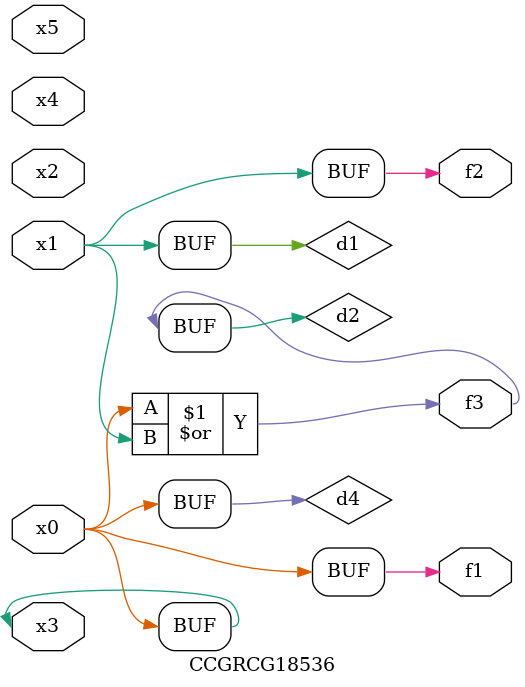
<source format=v>
module CCGRCG18536(
	input x0, x1, x2, x3, x4, x5,
	output f1, f2, f3
);

	wire d1, d2, d3, d4;

	and (d1, x1);
	or (d2, x0, x1);
	nand (d3, x0, x5);
	buf (d4, x0, x3);
	assign f1 = d4;
	assign f2 = d1;
	assign f3 = d2;
endmodule

</source>
